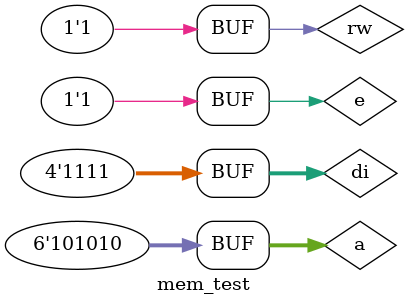
<source format=v>
`timescale 1ns / 1ps

module mem_test;

	// Inputs
	reg [3:0] di;
	reg [5:0] a;
	reg e;
	reg rw;

	// Outputs
	wire [3:0] d;

	// Instantiate the Unit Under Test (UUT)
	mem uut (
		.d(d), 
		.di(di), 
		.a(a), 
		.e(e), 
		.rw(rw)
	);

	initial begin
		// Initialize Inputs
		di = 0;
		a = 0;
		e = 0;
		rw = 0;

		#3;
		e=1'b1;
		a=6'b101010;
		di=4'b1111;
		#3;
		rw=1;
		a=6'b000001;
		#1;
		rw=0;
		#3;
		rw=1;
		
		a=6'b101010;
		
        
		

	end
      
endmodule


</source>
